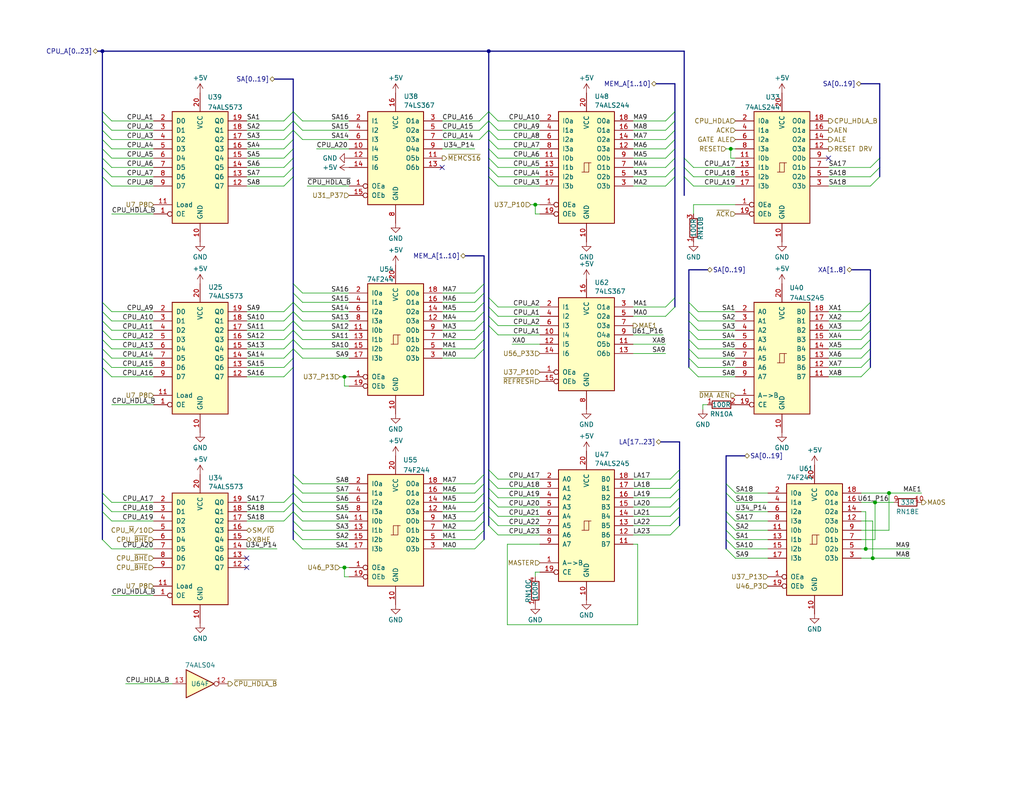
<source format=kicad_sch>
(kicad_sch (version 20230121) (generator eeschema)
  (paper "USLetter")
  (junction (at 93.98 154.94))
  (junction (at 93.98 102.87))
  (junction (at 242.57 134.62))
  (junction (at 133.35 13.97))
  (junction (at 236.22 149.86))
  (junction (at 199.39 40.64))
  (junction (at 238.125 152.4))
  (junction (at 27.94 13.97))
  (junction (at 146.05 55.88))
  (junction (at 238.76 137.16))
  (no_connect (at 120.65 45.72))
  (no_connect (at 67.31 152.4))
  (no_connect (at 67.31 154.94))
  (no_connect (at 226.06 43.18))
  (bus_entry (at 185.42 128.27) (size -2.54 2.54))
  (bus_entry (at 80.01 95.25) (size 2.54 2.54))
  (bus_entry (at 80.01 43.18) (size -2.54 2.54))
  (bus_entry (at 80.01 85.09) (size 2.54 2.54))
  (bus_entry (at 133.35 140.97) (size 2.54 2.54))
  (bus_entry (at 184.15 40.64) (size -2.54 2.54))
  (bus_entry (at 132.08 80.01) (size -2.54 2.54))
  (bus_entry (at 133.35 130.81) (size 2.54 2.54))
  (bus_entry (at 80.01 87.63) (size -2.54 2.54))
  (bus_entry (at 80.01 92.71) (size -2.54 2.54))
  (bus_entry (at 27.94 45.72) (size 2.54 2.54))
  (bus_entry (at 184.15 38.1) (size -2.54 2.54))
  (bus_entry (at 237.49 95.25) (size -2.54 2.54))
  (bus_entry (at 187.96 85.09) (size 2.54 2.54))
  (bus_entry (at 133.35 138.43) (size 2.54 2.54))
  (bus_entry (at 187.96 92.71) (size 2.54 2.54))
  (bus_entry (at 237.49 92.71) (size -2.54 2.54))
  (bus_entry (at 27.94 30.48) (size 2.54 2.54))
  (bus_entry (at 133.35 33.02) (size 2.54 2.54))
  (bus_entry (at 133.35 81.28) (size 2.54 2.54))
  (bus_entry (at 80.01 85.09) (size -2.54 2.54))
  (bus_entry (at 198.12 147.32) (size 2.54 2.54))
  (bus_entry (at 27.94 90.17) (size 2.54 2.54))
  (bus_entry (at 80.01 33.02) (size -2.54 2.54))
  (bus_entry (at 27.94 95.25) (size 2.54 2.54))
  (bus_entry (at 133.35 88.9) (size 2.54 2.54))
  (bus_entry (at 187.96 87.63) (size 2.54 2.54))
  (bus_entry (at 132.08 90.17) (size -2.54 2.54))
  (bus_entry (at 185.42 130.81) (size -2.54 2.54))
  (bus_entry (at 132.08 142.24) (size -2.54 2.54))
  (bus_entry (at 27.94 134.62) (size 2.54 2.54))
  (bus_entry (at 198.12 142.24) (size 2.54 2.54))
  (bus_entry (at 80.01 87.63) (size 2.54 2.54))
  (bus_entry (at 132.08 95.25) (size -2.54 2.54))
  (bus_entry (at 133.35 40.64) (size 2.54 2.54))
  (bus_entry (at 80.01 137.16) (size 2.54 2.54))
  (bus_entry (at 80.01 90.17) (size 2.54 2.54))
  (bus_entry (at 27.94 100.33) (size 2.54 2.54))
  (bus_entry (at 132.08 144.78) (size -2.54 2.54))
  (bus_entry (at 184.15 43.18) (size -2.54 2.54))
  (bus_entry (at 184.15 48.26) (size -2.54 2.54))
  (bus_entry (at 80.01 33.02) (size 2.54 2.54))
  (bus_entry (at 198.12 132.08) (size 2.54 2.54))
  (bus_entry (at 133.35 133.35) (size 2.54 2.54))
  (bus_entry (at 80.01 30.48) (size -2.54 2.54))
  (bus_entry (at 132.08 87.63) (size -2.54 2.54))
  (bus_entry (at 133.35 143.51) (size 2.54 2.54))
  (bus_entry (at 80.01 45.72) (size -2.54 2.54))
  (bus_entry (at 80.01 80.01) (size 2.54 2.54))
  (bus_entry (at 198.12 149.86) (size 2.54 2.54))
  (bus_entry (at 132.08 134.62) (size -2.54 2.54))
  (bus_entry (at 187.96 97.79) (size 2.54 2.54))
  (bus_entry (at 186.69 43.18) (size 2.54 2.54))
  (bus_entry (at 132.08 129.54) (size -2.54 2.54))
  (bus_entry (at 187.96 95.25) (size 2.54 2.54))
  (bus_entry (at 133.35 30.48) (size -2.54 2.54))
  (bus_entry (at 198.12 139.7) (size 2.54 2.54))
  (bus_entry (at 27.94 40.64) (size 2.54 2.54))
  (bus_entry (at 185.42 135.89) (size -2.54 2.54))
  (bus_entry (at 240.03 48.26) (size -2.54 2.54))
  (bus_entry (at 27.94 97.79) (size 2.54 2.54))
  (bus_entry (at 80.01 92.71) (size 2.54 2.54))
  (bus_entry (at 240.03 45.72) (size -2.54 2.54))
  (bus_entry (at 133.35 43.18) (size 2.54 2.54))
  (bus_entry (at 133.35 45.72) (size 2.54 2.54))
  (bus_entry (at 27.94 48.26) (size 2.54 2.54))
  (bus_entry (at 132.08 92.71) (size -2.54 2.54))
  (bus_entry (at 186.69 45.72) (size 2.54 2.54))
  (bus_entry (at 185.42 133.35) (size -2.54 2.54))
  (bus_entry (at 80.01 147.32) (size 2.54 2.54))
  (bus_entry (at 237.49 82.55) (size -2.54 2.54))
  (bus_entry (at 80.01 137.16) (size -2.54 2.54))
  (bus_entry (at 237.49 87.63) (size -2.54 2.54))
  (bus_entry (at 132.08 139.7) (size -2.54 2.54))
  (bus_entry (at 132.08 132.08) (size -2.54 2.54))
  (bus_entry (at 27.94 85.09) (size 2.54 2.54))
  (bus_entry (at 80.01 30.48) (size 2.54 2.54))
  (bus_entry (at 133.35 35.56) (size -2.54 2.54))
  (bus_entry (at 132.08 82.55) (size -2.54 2.54))
  (bus_entry (at 186.69 48.26) (size 2.54 2.54))
  (bus_entry (at 184.15 33.02) (size -2.54 2.54))
  (bus_entry (at 80.01 40.64) (size -2.54 2.54))
  (bus_entry (at 184.15 35.56) (size -2.54 2.54))
  (bus_entry (at 184.15 45.72) (size -2.54 2.54))
  (bus_entry (at 27.94 87.63) (size 2.54 2.54))
  (bus_entry (at 80.01 90.17) (size -2.54 2.54))
  (bus_entry (at 80.01 77.47) (size 2.54 2.54))
  (bus_entry (at 27.94 82.55) (size 2.54 2.54))
  (bus_entry (at 80.01 139.7) (size -2.54 2.54))
  (bus_entry (at 185.42 138.43) (size -2.54 2.54))
  (bus_entry (at 133.35 38.1) (size 2.54 2.54))
  (bus_entry (at 27.94 137.16) (size 2.54 2.54))
  (bus_entry (at 187.96 90.17) (size 2.54 2.54))
  (bus_entry (at 80.01 35.56) (size 2.54 2.54))
  (bus_entry (at 133.35 33.02) (size -2.54 2.54))
  (bus_entry (at 80.01 139.7) (size 2.54 2.54))
  (bus_entry (at 237.49 100.33) (size -2.54 2.54))
  (bus_entry (at 27.94 139.7) (size 2.54 2.54))
  (bus_entry (at 80.01 134.62) (size -2.54 2.54))
  (bus_entry (at 187.96 82.55) (size 2.54 2.54))
  (bus_entry (at 187.96 100.33) (size 2.54 2.54))
  (bus_entry (at 80.01 144.78) (size 2.54 2.54))
  (bus_entry (at 185.42 140.97) (size -2.54 2.54))
  (bus_entry (at 198.12 134.62) (size 2.54 2.54))
  (bus_entry (at 133.35 48.26) (size 2.54 2.54))
  (bus_entry (at 184.15 81.28) (size -2.54 2.54))
  (bus_entry (at 185.42 143.51) (size -2.54 2.54))
  (bus_entry (at 133.35 35.56) (size 2.54 2.54))
  (bus_entry (at 80.01 132.08) (size 2.54 2.54))
  (bus_entry (at 237.49 85.09) (size -2.54 2.54))
  (bus_entry (at 80.01 82.55) (size 2.54 2.54))
  (bus_entry (at 80.01 35.56) (size -2.54 2.54))
  (bus_entry (at 198.12 144.78) (size 2.54 2.54))
  (bus_entry (at 80.01 95.25) (size -2.54 2.54))
  (bus_entry (at 27.94 33.02) (size 2.54 2.54))
  (bus_entry (at 237.49 97.79) (size -2.54 2.54))
  (bus_entry (at 132.08 137.16) (size -2.54 2.54))
  (bus_entry (at 133.35 83.82) (size 2.54 2.54))
  (bus_entry (at 240.03 43.18) (size -2.54 2.54))
  (bus_entry (at 80.01 97.79) (size -2.54 2.54))
  (bus_entry (at 80.01 82.55) (size -2.54 2.54))
  (bus_entry (at 27.94 38.1) (size 2.54 2.54))
  (bus_entry (at 132.08 77.47) (size -2.54 2.54))
  (bus_entry (at 27.94 147.32) (size 2.54 2.54))
  (bus_entry (at 133.35 128.27) (size 2.54 2.54))
  (bus_entry (at 184.15 83.82) (size -2.54 2.54))
  (bus_entry (at 80.01 129.54) (size 2.54 2.54))
  (bus_entry (at 132.08 147.32) (size -2.54 2.54))
  (bus_entry (at 27.94 43.18) (size 2.54 2.54))
  (bus_entry (at 80.01 142.24) (size 2.54 2.54))
  (bus_entry (at 184.15 30.48) (size -2.54 2.54))
  (bus_entry (at 132.08 85.09) (size -2.54 2.54))
  (bus_entry (at 80.01 48.26) (size -2.54 2.54))
  (bus_entry (at 133.35 86.36) (size 2.54 2.54))
  (bus_entry (at 80.01 100.33) (size -2.54 2.54))
  (bus_entry (at 80.01 134.62) (size 2.54 2.54))
  (bus_entry (at 80.01 38.1) (size -2.54 2.54))
  (bus_entry (at 237.49 90.17) (size -2.54 2.54))
  (bus_entry (at 27.94 92.71) (size 2.54 2.54))
  (bus_entry (at 27.94 35.56) (size 2.54 2.54))
  (bus_entry (at 133.35 135.89) (size 2.54 2.54))
  (bus_entry (at 133.35 30.48) (size 2.54 2.54))
  (bus (pts (xy 27.94 30.48) (xy 27.94 33.02)))
  (bus (pts (xy 80.01 139.7) (xy 80.01 142.24)))
  (wire (pts (xy 135.89 138.43) (xy 147.32 138.43)))
  (wire (pts (xy 173.99 170.561) (xy 173.99 148.59)))
  (wire (pts (xy 67.31 92.71) (xy 77.47 92.71)))
  (bus (pts (xy 184.15 38.1) (xy 184.15 40.64)))
  (bus (pts (xy 133.35 128.27) (xy 133.35 130.81)))
  (bus (pts (xy 185.42 135.89) (xy 185.42 138.43)))
  (wire (pts (xy 200.66 43.18) (xy 199.39 43.18)))
  (wire (pts (xy 226.06 102.87) (xy 234.95 102.87)))
  (wire (pts (xy 82.55 82.55) (xy 95.25 82.55)))
  (bus (pts (xy 198.12 124.46) (xy 198.12 132.08)))
  (bus (pts (xy 237.49 90.17) (xy 237.49 92.71)))
  (wire (pts (xy 135.89 83.82) (xy 147.32 83.82)))
  (bus (pts (xy 80.01 35.56) (xy 80.01 38.1)))
  (wire (pts (xy 93.98 154.94) (xy 92.71 154.94)))
  (bus (pts (xy 132.08 144.78) (xy 132.08 147.32)))
  (bus (pts (xy 186.69 43.18) (xy 186.69 45.72)))
  (bus (pts (xy 234.95 22.86) (xy 240.03 22.86)))
  (wire (pts (xy 82.55 85.09) (xy 95.25 85.09)))
  (bus (pts (xy 132.08 132.08) (xy 132.08 134.62)))
  (wire (pts (xy 190.5 87.63) (xy 200.66 87.63)))
  (bus (pts (xy 132.08 80.01) (xy 132.08 82.55)))
  (wire (pts (xy 180.975 91.44) (xy 172.72 91.44)))
  (wire (pts (xy 226.06 48.26) (xy 237.49 48.26)))
  (bus (pts (xy 132.08 129.54) (xy 132.08 132.08)))
  (wire (pts (xy 82.55 33.02) (xy 95.25 33.02)))
  (bus (pts (xy 187.96 90.17) (xy 187.96 92.71)))
  (wire (pts (xy 234.95 147.32) (xy 238.76 147.32)))
  (bus (pts (xy 27.94 100.33) (xy 27.94 134.62)))
  (wire (pts (xy 135.89 33.02) (xy 147.32 33.02)))
  (bus (pts (xy 132.08 90.17) (xy 132.08 92.71)))
  (bus (pts (xy 133.35 83.82) (xy 133.35 86.36)))
  (wire (pts (xy 147.32 148.59) (xy 138.43 148.59)))
  (wire (pts (xy 67.31 33.02) (xy 77.47 33.02)))
  (wire (pts (xy 200.66 152.4) (xy 209.55 152.4)))
  (wire (pts (xy 189.23 50.8) (xy 200.66 50.8)))
  (bus (pts (xy 187.96 87.63) (xy 187.96 90.17)))
  (bus (pts (xy 80.01 43.18) (xy 80.01 45.72)))
  (bus (pts (xy 27.94 13.97) (xy 133.35 13.97)))
  (bus (pts (xy 80.01 90.17) (xy 80.01 92.71)))
  (wire (pts (xy 120.65 144.78) (xy 129.54 144.78)))
  (bus (pts (xy 132.08 95.25) (xy 132.08 129.54)))
  (bus (pts (xy 185.42 138.43) (xy 185.42 140.97)))
  (wire (pts (xy 200.66 139.7) (xy 209.55 139.7)))
  (bus (pts (xy 133.35 135.89) (xy 133.35 138.43)))
  (bus (pts (xy 132.08 85.09) (xy 132.08 87.63)))
  (wire (pts (xy 30.48 45.72) (xy 41.91 45.72)))
  (wire (pts (xy 30.48 97.79) (xy 41.91 97.79)))
  (wire (pts (xy 120.65 82.55) (xy 129.54 82.55)))
  (wire (pts (xy 190.5 95.25) (xy 200.66 95.25)))
  (wire (pts (xy 82.55 80.01) (xy 95.25 80.01)))
  (wire (pts (xy 135.89 86.36) (xy 147.32 86.36)))
  (wire (pts (xy 120.65 95.25) (xy 129.54 95.25)))
  (bus (pts (xy 133.35 38.1) (xy 133.35 40.64)))
  (wire (pts (xy 191.77 110.49) (xy 193.04 110.49)))
  (wire (pts (xy 200.66 149.86) (xy 209.55 149.86)))
  (bus (pts (xy 80.01 134.62) (xy 80.01 137.16)))
  (bus (pts (xy 80.01 97.79) (xy 80.01 100.33)))
  (bus (pts (xy 27.94 137.16) (xy 27.94 139.7)))
  (wire (pts (xy 135.89 146.05) (xy 147.32 146.05)))
  (wire (pts (xy 135.89 38.1) (xy 147.32 38.1)))
  (wire (pts (xy 30.48 139.7) (xy 41.91 139.7)))
  (wire (pts (xy 172.72 96.52) (xy 181.61 96.52)))
  (bus (pts (xy 133.35 43.18) (xy 133.35 45.72)))
  (wire (pts (xy 199.39 40.64) (xy 198.12 40.64)))
  (wire (pts (xy 30.48 48.26) (xy 41.91 48.26)))
  (wire (pts (xy 172.72 138.43) (xy 182.88 138.43)))
  (bus (pts (xy 184.15 33.02) (xy 184.15 35.56)))
  (bus (pts (xy 80.01 85.09) (xy 80.01 87.63)))
  (wire (pts (xy 190.5 92.71) (xy 200.66 92.71)))
  (wire (pts (xy 146.05 58.42) (xy 146.05 55.88)))
  (wire (pts (xy 82.55 134.62) (xy 95.25 134.62)))
  (wire (pts (xy 67.31 139.7) (xy 77.47 139.7)))
  (bus (pts (xy 133.35 86.36) (xy 133.35 88.9)))
  (wire (pts (xy 93.98 102.87) (xy 95.25 102.87)))
  (bus (pts (xy 198.12 139.7) (xy 198.12 142.24)))
  (bus (pts (xy 27.94 13.97) (xy 27.94 30.48)))
  (wire (pts (xy 172.72 43.18) (xy 181.61 43.18)))
  (bus (pts (xy 198.12 144.78) (xy 198.12 147.32)))
  (wire (pts (xy 146.05 156.21) (xy 147.32 156.21)))
  (wire (pts (xy 135.89 133.35) (xy 147.32 133.35)))
  (wire (pts (xy 120.65 92.71) (xy 129.54 92.71)))
  (bus (pts (xy 237.49 82.55) (xy 237.49 85.09)))
  (bus (pts (xy 184.15 22.86) (xy 184.15 30.48)))
  (bus (pts (xy 80.01 77.47) (xy 80.01 80.01)))
  (bus (pts (xy 184.15 43.18) (xy 184.15 45.72)))
  (wire (pts (xy 238.125 142.24) (xy 238.125 152.4)))
  (wire (pts (xy 82.55 87.63) (xy 95.25 87.63)))
  (bus (pts (xy 27.94 90.17) (xy 27.94 92.71)))
  (wire (pts (xy 67.31 40.64) (xy 77.47 40.64)))
  (wire (pts (xy 199.39 43.18) (xy 199.39 40.64)))
  (bus (pts (xy 132.08 77.47) (xy 132.08 80.01)))
  (wire (pts (xy 172.72 146.05) (xy 182.88 146.05)))
  (wire (pts (xy 189.23 58.42) (xy 189.23 55.88)))
  (wire (pts (xy 82.55 35.56) (xy 95.25 35.56)))
  (bus (pts (xy 198.12 134.62) (xy 198.12 139.7)))
  (wire (pts (xy 93.98 157.48) (xy 93.98 154.94)))
  (bus (pts (xy 185.42 120.65) (xy 185.42 128.27)))
  (bus (pts (xy 80.01 92.71) (xy 80.01 95.25)))
  (bus (pts (xy 74.93 21.59) (xy 80.01 21.59)))
  (wire (pts (xy 120.65 134.62) (xy 129.54 134.62)))
  (wire (pts (xy 67.31 90.17) (xy 77.47 90.17)))
  (bus (pts (xy 27.94 85.09) (xy 27.94 87.63)))
  (wire (pts (xy 238.76 137.16) (xy 243.84 137.16)))
  (bus (pts (xy 80.01 95.25) (xy 80.01 97.79)))
  (bus (pts (xy 80.01 21.59) (xy 80.01 30.48)))
  (bus (pts (xy 27.94 43.18) (xy 27.94 45.72)))
  (wire (pts (xy 129.54 40.64) (xy 120.65 40.64)))
  (wire (pts (xy 120.65 33.02) (xy 130.81 33.02)))
  (bus (pts (xy 133.35 140.97) (xy 133.35 143.51)))
  (wire (pts (xy 236.22 149.86) (xy 248.285 149.86)))
  (bus (pts (xy 186.69 48.26) (xy 186.69 53.34)))
  (wire (pts (xy 135.89 40.64) (xy 147.32 40.64)))
  (wire (pts (xy 82.55 38.1) (xy 95.25 38.1)))
  (bus (pts (xy 133.35 45.72) (xy 133.35 48.26)))
  (wire (pts (xy 234.95 142.24) (xy 238.125 142.24)))
  (wire (pts (xy 82.55 132.08) (xy 95.25 132.08)))
  (bus (pts (xy 80.01 80.01) (xy 80.01 82.55)))
  (bus (pts (xy 132.08 82.55) (xy 132.08 85.09)))
  (bus (pts (xy 193.04 73.66) (xy 187.96 73.66)))
  (wire (pts (xy 172.72 140.97) (xy 182.88 140.97)))
  (bus (pts (xy 240.03 22.86) (xy 240.03 43.18)))
  (wire (pts (xy 30.48 33.02) (xy 41.91 33.02)))
  (bus (pts (xy 27.94 40.64) (xy 27.94 43.18)))
  (bus (pts (xy 240.03 43.18) (xy 240.03 45.72)))
  (bus (pts (xy 187.96 97.79) (xy 187.96 100.33)))
  (bus (pts (xy 26.67 13.97) (xy 27.94 13.97)))
  (wire (pts (xy 135.89 130.81) (xy 147.32 130.81)))
  (wire (pts (xy 30.48 137.16) (xy 41.91 137.16)))
  (wire (pts (xy 173.99 148.59) (xy 172.72 148.59)))
  (bus (pts (xy 27.94 82.55) (xy 27.94 85.09)))
  (bus (pts (xy 133.35 13.97) (xy 186.69 13.97)))
  (bus (pts (xy 133.35 40.64) (xy 133.35 43.18)))
  (wire (pts (xy 67.31 38.1) (xy 77.47 38.1)))
  (bus (pts (xy 184.15 45.72) (xy 184.15 48.26)))
  (wire (pts (xy 135.89 88.9) (xy 147.32 88.9)))
  (wire (pts (xy 236.22 139.7) (xy 236.22 149.86)))
  (bus (pts (xy 133.35 13.97) (xy 133.35 30.48)))
  (wire (pts (xy 67.31 85.09) (xy 77.47 85.09)))
  (bus (pts (xy 27.94 48.26) (xy 27.94 82.55)))
  (wire (pts (xy 172.72 86.36) (xy 181.61 86.36)))
  (wire (pts (xy 226.06 90.17) (xy 234.95 90.17)))
  (bus (pts (xy 185.42 140.97) (xy 185.42 143.51)))
  (wire (pts (xy 67.31 35.56) (xy 77.47 35.56)))
  (wire (pts (xy 200.66 40.64) (xy 199.39 40.64)))
  (bus (pts (xy 237.49 87.63) (xy 237.49 90.17)))
  (bus (pts (xy 80.01 144.78) (xy 80.01 147.32)))
  (bus (pts (xy 80.01 132.08) (xy 80.01 134.62)))
  (bus (pts (xy 187.96 95.25) (xy 187.96 97.79)))
  (wire (pts (xy 190.5 85.09) (xy 200.66 85.09)))
  (bus (pts (xy 80.01 137.16) (xy 80.01 139.7)))
  (bus (pts (xy 187.96 85.09) (xy 187.96 87.63)))
  (wire (pts (xy 82.55 149.86) (xy 95.25 149.86)))
  (bus (pts (xy 27.94 139.7) (xy 27.94 147.32)))
  (wire (pts (xy 200.66 137.16) (xy 209.55 137.16)))
  (bus (pts (xy 237.49 97.79) (xy 237.49 100.33)))
  (wire (pts (xy 86.36 40.64) (xy 95.25 40.64)))
  (bus (pts (xy 132.08 92.71) (xy 132.08 95.25)))
  (bus (pts (xy 198.12 132.08) (xy 198.12 134.62)))
  (wire (pts (xy 135.89 48.26) (xy 147.32 48.26)))
  (wire (pts (xy 30.48 38.1) (xy 41.91 38.1)))
  (wire (pts (xy 30.48 142.24) (xy 41.91 142.24)))
  (wire (pts (xy 30.48 58.42) (xy 41.91 58.42)))
  (wire (pts (xy 234.95 134.62) (xy 242.57 134.62)))
  (wire (pts (xy 236.22 149.86) (xy 234.95 149.86)))
  (wire (pts (xy 226.06 97.79) (xy 234.95 97.79)))
  (bus (pts (xy 187.96 73.66) (xy 187.96 82.55)))
  (wire (pts (xy 139.7 93.98) (xy 147.32 93.98)))
  (bus (pts (xy 80.01 87.63) (xy 80.01 90.17)))
  (bus (pts (xy 80.01 142.24) (xy 80.01 144.78)))
  (bus (pts (xy 132.08 142.24) (xy 132.08 144.78)))
  (wire (pts (xy 83.82 50.8) (xy 95.25 50.8)))
  (wire (pts (xy 238.76 137.16) (xy 234.95 137.16)))
  (bus (pts (xy 80.01 82.55) (xy 80.01 85.09)))
  (wire (pts (xy 82.55 92.71) (xy 95.25 92.71)))
  (wire (pts (xy 67.31 100.33) (xy 77.47 100.33)))
  (bus (pts (xy 203.2 124.46) (xy 198.12 124.46)))
  (wire (pts (xy 172.72 33.02) (xy 181.61 33.02)))
  (bus (pts (xy 80.01 129.54) (xy 80.01 132.08)))
  (wire (pts (xy 120.65 35.56) (xy 130.81 35.56)))
  (wire (pts (xy 226.06 92.71) (xy 234.95 92.71)))
  (wire (pts (xy 82.55 139.7) (xy 95.25 139.7)))
  (wire (pts (xy 67.31 87.63) (xy 77.47 87.63)))
  (wire (pts (xy 120.65 137.16) (xy 129.54 137.16)))
  (wire (pts (xy 67.31 48.26) (xy 77.47 48.26)))
  (wire (pts (xy 238.125 152.4) (xy 248.285 152.4)))
  (wire (pts (xy 67.31 43.18) (xy 77.47 43.18)))
  (bus (pts (xy 179.07 22.86) (xy 184.15 22.86)))
  (bus (pts (xy 184.15 81.28) (xy 184.15 83.82)))
  (wire (pts (xy 30.48 35.56) (xy 41.91 35.56)))
  (wire (pts (xy 30.48 102.87) (xy 41.91 102.87)))
  (wire (pts (xy 172.72 135.89) (xy 182.88 135.89)))
  (wire (pts (xy 82.55 95.25) (xy 95.25 95.25)))
  (wire (pts (xy 120.65 139.7) (xy 129.54 139.7)))
  (wire (pts (xy 67.31 50.8) (xy 77.47 50.8)))
  (wire (pts (xy 67.31 142.24) (xy 77.47 142.24)))
  (wire (pts (xy 120.65 147.32) (xy 129.54 147.32)))
  (bus (pts (xy 27.94 92.71) (xy 27.94 95.25)))
  (bus (pts (xy 27.94 95.25) (xy 27.94 97.79)))
  (bus (pts (xy 237.49 95.25) (xy 237.49 97.79)))
  (wire (pts (xy 234.95 139.7) (xy 236.22 139.7)))
  (wire (pts (xy 226.06 100.33) (xy 234.95 100.33)))
  (wire (pts (xy 67.31 95.25) (xy 77.47 95.25)))
  (bus (pts (xy 186.69 45.72) (xy 186.69 48.26)))
  (wire (pts (xy 30.48 50.8) (xy 41.91 50.8)))
  (bus (pts (xy 133.35 138.43) (xy 133.35 140.97)))
  (wire (pts (xy 30.48 162.56) (xy 41.91 162.56)))
  (wire (pts (xy 120.65 80.01) (xy 129.54 80.01)))
  (wire (pts (xy 75.565 149.86) (xy 67.31 149.86)))
  (wire (pts (xy 238.125 152.4) (xy 234.95 152.4)))
  (bus (pts (xy 132.08 87.63) (xy 132.08 90.17)))
  (wire (pts (xy 82.55 97.79) (xy 95.25 97.79)))
  (bus (pts (xy 80.01 100.33) (xy 80.01 129.54)))
  (wire (pts (xy 238.76 147.32) (xy 238.76 137.16)))
  (bus (pts (xy 80.01 33.02) (xy 80.01 35.56)))
  (wire (pts (xy 30.48 149.86) (xy 41.91 149.86)))
  (wire (pts (xy 120.65 85.09) (xy 129.54 85.09)))
  (bus (pts (xy 27.94 45.72) (xy 27.94 48.26)))
  (bus (pts (xy 27.94 33.02) (xy 27.94 35.56)))
  (bus (pts (xy 132.08 134.62) (xy 132.08 137.16)))
  (wire (pts (xy 93.98 105.41) (xy 93.98 102.87)))
  (bus (pts (xy 132.08 139.7) (xy 132.08 142.24)))
  (bus (pts (xy 133.35 35.56) (xy 133.35 38.1)))
  (wire (pts (xy 120.65 87.63) (xy 129.54 87.63)))
  (bus (pts (xy 27.94 38.1) (xy 27.94 40.64)))
  (wire (pts (xy 135.89 50.8) (xy 147.32 50.8)))
  (bus (pts (xy 133.35 88.9) (xy 133.35 128.27)))
  (wire (pts (xy 226.06 85.09) (xy 234.95 85.09)))
  (wire (pts (xy 30.48 100.33) (xy 41.91 100.33)))
  (bus (pts (xy 27.94 35.56) (xy 27.94 38.1)))
  (wire (pts (xy 92.71 102.87) (xy 93.98 102.87)))
  (bus (pts (xy 27.94 87.63) (xy 27.94 90.17)))
  (wire (pts (xy 135.89 143.51) (xy 147.32 143.51)))
  (wire (pts (xy 67.31 102.87) (xy 77.47 102.87)))
  (wire (pts (xy 135.89 43.18) (xy 147.32 43.18)))
  (bus (pts (xy 184.15 48.26) (xy 184.15 81.28)))
  (wire (pts (xy 172.72 143.51) (xy 182.88 143.51)))
  (wire (pts (xy 191.77 111.76) (xy 191.77 110.49)))
  (wire (pts (xy 226.06 45.72) (xy 237.49 45.72)))
  (wire (pts (xy 146.05 157.48) (xy 146.05 156.21)))
  (bus (pts (xy 237.49 92.71) (xy 237.49 95.25)))
  (bus (pts (xy 186.69 13.97) (xy 186.69 43.18)))
  (wire (pts (xy 135.89 135.89) (xy 147.32 135.89)))
  (wire (pts (xy 30.48 87.63) (xy 41.91 87.63)))
  (bus (pts (xy 133.35 81.28) (xy 133.35 83.82)))
  (bus (pts (xy 80.01 45.72) (xy 80.01 48.26)))
  (wire (pts (xy 200.66 142.24) (xy 209.55 142.24)))
  (wire (pts (xy 30.48 110.49) (xy 41.91 110.49)))
  (bus (pts (xy 80.01 30.48) (xy 80.01 33.02)))
  (bus (pts (xy 184.15 30.48) (xy 184.15 33.02)))
  (wire (pts (xy 120.65 132.08) (xy 129.54 132.08)))
  (bus (pts (xy 184.15 40.64) (xy 184.15 43.18)))
  (wire (pts (xy 82.55 142.24) (xy 95.25 142.24)))
  (bus (pts (xy 27.94 134.62) (xy 27.94 137.16)))
  (wire (pts (xy 172.72 83.82) (xy 181.61 83.82)))
  (bus (pts (xy 133.35 33.02) (xy 133.35 35.56)))
  (wire (pts (xy 189.23 45.72) (xy 200.66 45.72)))
  (bus (pts (xy 133.35 133.35) (xy 133.35 135.89)))
  (bus (pts (xy 132.08 137.16) (xy 132.08 139.7)))
  (wire (pts (xy 242.57 134.62) (xy 242.57 144.78)))
  (wire (pts (xy 30.48 90.17) (xy 41.91 90.17)))
  (wire (pts (xy 172.72 48.26) (xy 181.61 48.26)))
  (wire (pts (xy 172.72 40.64) (xy 181.61 40.64)))
  (wire (pts (xy 226.06 50.8) (xy 237.49 50.8)))
  (wire (pts (xy 95.25 105.41) (xy 93.98 105.41)))
  (wire (pts (xy 120.65 97.79) (xy 129.54 97.79)))
  (bus (pts (xy 133.35 130.81) (xy 133.35 133.35)))
  (wire (pts (xy 135.89 91.44) (xy 147.32 91.44)))
  (wire (pts (xy 190.5 100.33) (xy 200.66 100.33)))
  (wire (pts (xy 172.72 45.72) (xy 181.61 45.72)))
  (wire (pts (xy 189.23 48.26) (xy 200.66 48.26)))
  (wire (pts (xy 67.31 137.16) (xy 77.47 137.16)))
  (wire (pts (xy 190.5 97.79) (xy 200.66 97.79)))
  (wire (pts (xy 226.06 95.25) (xy 234.95 95.25)))
  (wire (pts (xy 67.31 97.79) (xy 77.47 97.79)))
  (wire (pts (xy 30.48 92.71) (xy 41.91 92.71)))
  (bus (pts (xy 237.49 85.09) (xy 237.49 87.63)))
  (bus (pts (xy 185.42 133.35) (xy 185.42 135.89)))
  (bus (pts (xy 80.01 40.64) (xy 80.01 43.18)))
  (wire (pts (xy 30.48 43.18) (xy 41.91 43.18)))
  (wire (pts (xy 135.89 140.97) (xy 147.32 140.97)))
  (wire (pts (xy 120.65 142.24) (xy 129.54 142.24)))
  (bus (pts (xy 133.35 30.48) (xy 133.35 33.02)))
  (wire (pts (xy 30.48 95.25) (xy 41.91 95.25)))
  (wire (pts (xy 34.29 186.69) (xy 46.99 186.69)))
  (bus (pts (xy 185.42 130.81) (xy 185.42 133.35)))
  (wire (pts (xy 200.66 134.62) (xy 209.55 134.62)))
  (wire (pts (xy 67.31 45.72) (xy 77.47 45.72)))
  (wire (pts (xy 120.65 90.17) (xy 129.54 90.17)))
  (wire (pts (xy 95.25 157.48) (xy 93.98 157.48)))
  (wire (pts (xy 172.72 38.1) (xy 181.61 38.1)))
  (wire (pts (xy 172.72 133.35) (xy 182.88 133.35)))
  (bus (pts (xy 187.96 82.55) (xy 187.96 85.09)))
  (wire (pts (xy 189.23 55.88) (xy 200.66 55.88)))
  (bus (pts (xy 185.42 128.27) (xy 185.42 130.81)))
  (bus (pts (xy 184.15 35.56) (xy 184.15 38.1)))
  (wire (pts (xy 135.89 45.72) (xy 147.32 45.72)))
  (bus (pts (xy 80.01 38.1) (xy 80.01 40.64)))
  (bus (pts (xy 80.01 48.26) (xy 80.01 77.47)))
  (bus (pts (xy 198.12 147.32) (xy 198.12 149.86)))
  (bus (pts (xy 187.96 92.71) (xy 187.96 95.25)))
  (bus (pts (xy 27.94 97.79) (xy 27.94 100.33)))
  (wire (pts (xy 135.89 35.56) (xy 147.32 35.56)))
  (bus (pts (xy 127 69.85) (xy 132.08 69.85)))
  (wire (pts (xy 200.66 144.78) (xy 209.55 144.78)))
  (wire (pts (xy 181.61 93.98) (xy 172.72 93.98)))
  (wire (pts (xy 172.72 130.81) (xy 182.88 130.81)))
  (bus (pts (xy 232.41 73.66) (xy 237.49 73.66)))
  (wire (pts (xy 82.55 137.16) (xy 95.25 137.16)))
  (bus (pts (xy 180.34 120.65) (xy 185.42 120.65)))
  (wire (pts (xy 190.5 102.87) (xy 200.66 102.87)))
  (wire (pts (xy 190.5 90.17) (xy 200.66 90.17)))
  (wire (pts (xy 242.57 134.62) (xy 251.46 134.62)))
  (bus (pts (xy 240.03 45.72) (xy 240.03 48.26)))
  (wire (pts (xy 30.48 85.09) (xy 41.91 85.09)))
  (wire (pts (xy 138.43 148.59) (xy 138.43 170.561)))
  (wire (pts (xy 120.65 38.1) (xy 130.81 38.1)))
  (wire (pts (xy 30.48 40.64) (xy 41.91 40.64)))
  (wire (pts (xy 146.05 55.88) (xy 147.32 55.88)))
  (wire (pts (xy 172.72 35.56) (xy 181.61 35.56)))
  (wire (pts (xy 200.66 147.32) (xy 209.55 147.32)))
  (bus (pts (xy 237.49 73.66) (xy 237.49 82.55)))
  (bus (pts (xy 132.08 69.85) (xy 132.08 77.47)))
  (wire (pts (xy 82.55 144.78) (xy 95.25 144.78)))
  (wire (pts (xy 242.57 144.78) (xy 234.95 144.78)))
  (wire (pts (xy 95.25 154.94) (xy 93.98 154.94)))
  (wire (pts (xy 172.72 50.8) (xy 181.61 50.8)))
  (wire (pts (xy 138.43 170.561) (xy 173.99 170.561)))
  (wire (pts (xy 144.78 55.88) (xy 146.05 55.88)))
  (wire (pts (xy 147.32 58.42) (xy 146.05 58.42)))
  (wire (pts (xy 82.55 147.32) (xy 95.25 147.32)))
  (wire (pts (xy 226.06 87.63) (xy 234.95 87.63)))
  (bus (pts (xy 198.12 142.24) (xy 198.12 144.78)))
  (bus (pts (xy 133.35 48.26) (xy 133.35 81.28)))
  (wire (pts (xy 82.55 90.17) (xy 95.25 90.17)))
  (wire (pts (xy 120.65 149.86) (xy 129.54 149.86)))
  (label "CPU_A7" (at 147.32 40.64 180))
  (label "MA9" (at 172.72 33.02 0))
  (label "U61_P16" (at 242.57 137.16 180))
  (label "CPU_A3" (at 147.32 50.8 180))
  (label "XA7" (at 226.06 100.33 0))
  (label "MAE1" (at 251.46 134.62 180))
  (label "MA1" (at 120.65 95.25 0))
  (label "SA18" (at 67.31 142.24 0))
  (label "MA6" (at 120.65 134.62 0))
  (label "SA15" (at 95.25 82.55 180))
  (label "SA5" (at 200.66 95.25 180))
  (label "CPU_A17" (at 41.91 137.16 180))
  (label "SA6" (at 200.66 97.79 180))
  (label "LA19" (at 172.72 135.89 0))
  (label "SA3" (at 67.31 38.1 0))
  (label "CPU_A6" (at 147.32 43.18 180))
  (label "SA8" (at 95.25 132.08 180))
  (label "SA10" (at 95.25 95.25 180))
  (label "SA7" (at 200.66 100.33 180))
  (label "SA15" (at 67.31 100.33 0))
  (label "CPU_A23" (at 147.32 146.05 180))
  (label "CPU_A18" (at 200.66 48.26 180))
  (label "CPU_HDLA_B" (at 30.48 110.49 0))
  (label "SA4" (at 67.31 40.64 0))
  (label "SA10" (at 67.31 87.63 0))
  (label "LA20" (at 172.72 138.43 0))
  (label "CPU_A19" (at 200.66 50.8 180))
  (label "MA5" (at 120.65 137.16 0))
  (label "~{CPU_HDLA_B}" (at 83.82 50.8 0))
  (label "SA14" (at 95.25 85.09 180))
  (label "SA4" (at 95.25 142.24 180))
  (label "LA22" (at 172.72 143.51 0))
  (label "SA18" (at 226.06 50.8 0))
  (label "MA2" (at 120.65 144.78 0))
  (label "MA8" (at 172.72 35.56 0))
  (label "CPU_HDLA_B" (at 30.48 58.42 0))
  (label "MA8" (at 248.285 152.4 180))
  (label "SA6" (at 95.25 137.16 180))
  (label "CPU_A16" (at 41.91 102.87 180))
  (label "U61_P16" (at 180.975 91.44 180))
  (label "CPU_A2" (at 41.91 35.56 180))
  (label "SA9" (at 181.61 96.52 180))
  (label "XA1" (at 226.06 85.09 0))
  (label "XA8" (at 226.06 102.87 0))
  (label "MA2" (at 120.65 92.71 0))
  (label "CPU_HDLA_B" (at 34.29 186.69 0))
  (label "LA21" (at 172.72 140.97 0))
  (label "XA6" (at 226.06 97.79 0))
  (label "XA5" (at 226.06 95.25 0))
  (label "CPU_A10" (at 147.32 33.02 180))
  (label "CPU_A14" (at 41.91 97.79 180))
  (label "SA3" (at 200.66 90.17 180))
  (label "SA15" (at 95.25 35.56 180))
  (label "CPU_A1" (at 147.32 86.36 180))
  (label "SA18" (at 200.66 134.62 0))
  (label "CPU_A8" (at 41.91 50.8 180))
  (label "SA9" (at 95.25 97.79 180))
  (label "MA3" (at 120.65 90.17 0))
  (label "MA4" (at 120.65 139.7 0))
  (label "CPU_A8" (at 147.32 38.1 180))
  (label "SA7" (at 95.25 134.62 180))
  (label "CPU_A15" (at 41.91 100.33 180))
  (label "SA16" (at 95.25 80.01 180))
  (label "CPU_A3" (at 41.91 38.1 180))
  (label "SA6" (at 67.31 45.72 0))
  (label "CPU_A4" (at 147.32 48.26 180))
  (label "LA18" (at 172.72 133.35 0))
  (label "MA1" (at 172.72 83.82 0))
  (label "MA5" (at 172.72 43.18 0))
  (label "SA8" (at 200.66 102.87 180))
  (label "SA13" (at 67.31 95.25 0))
  (label "SA1" (at 200.66 147.32 0))
  (label "CPU_A17" (at 200.66 45.72 180))
  (label "MA7" (at 172.72 38.1 0))
  (label "CPU_A6" (at 41.91 45.72 180))
  (label "SA14" (at 95.25 38.1 180))
  (label "SA1" (at 95.25 149.86 180))
  (label "CPU_A12" (at 41.91 92.71 180))
  (label "CPU_A10" (at 41.91 87.63 180))
  (label "CPU_A2" (at 147.32 88.9 180))
  (label "CPU_A16" (at 120.65 33.02 0))
  (label "CPU_A17" (at 147.32 130.81 180))
  (label "MA7" (at 120.65 80.01 0))
  (label "SA11" (at 95.25 92.71 180))
  (label "MA2" (at 172.72 50.8 0))
  (label "LA17" (at 172.72 130.81 0))
  (label "CPU_A4" (at 41.91 40.64 180))
  (label "SA7" (at 67.31 48.26 0))
  (label "SA14" (at 67.31 97.79 0))
  (label "CPU_A21" (at 147.32 140.97 180))
  (label "SA2" (at 200.66 87.63 180))
  (label "MA5" (at 120.65 85.09 0))
  (label "CPU_A18" (at 147.32 133.35 180))
  (label "CPU_A22" (at 147.32 143.51 180))
  (label "CPU_A5" (at 41.91 43.18 180))
  (label "SA18" (at 67.31 139.7 0))
  (label "MA4" (at 172.72 45.72 0))
  (label "SA10" (at 200.66 149.86 0))
  (label "SA2" (at 200.66 144.78 0))
  (label "SA18" (at 200.66 137.16 0))
  (label "SA12" (at 67.31 92.71 0))
  (label "SA1" (at 200.66 85.09 180))
  (label "SA5" (at 67.31 43.18 0))
  (label "XA8" (at 181.61 93.98 180))
  (label "XA0" (at 139.7 93.98 0))
  (label "U34_P14" (at 75.565 149.86 180))
  (label "XA2" (at 226.06 87.63 0))
  (label "MA6" (at 172.72 40.64 0))
  (label "LA23" (at 172.72 146.05 0))
  (label "SA17" (at 200.66 142.24 0))
  (label "CPU_A5" (at 147.32 45.72 180))
  (label "U34_P14" (at 129.54 40.64 180))
  (label "CPU_A11" (at 41.91 90.17 180))
  (label "MA0" (at 120.65 97.79 0))
  (label "CPU_A7" (at 41.91 48.26 180))
  (label "CPU_HDLA_B" (at 30.48 162.56 0))
  (label "U34_P14" (at 200.66 139.7 0))
  (label "CPU_A15" (at 120.65 35.56 0))
  (label "CPU_A19" (at 41.91 142.24 180))
  (label "CPU_A19" (at 147.32 135.89 180))
  (label "CPU_A20" (at 147.32 138.43 180))
  (label "CPU_A20" (at 41.91 149.86 180))
  (label "CPU_A13" (at 41.91 95.25 180))
  (label "SA16" (at 67.31 102.87 0))
  (label "SA3" (at 95.25 144.78 180))
  (label "CPU_A1" (at 41.91 33.02 180))
  (label "SA2" (at 67.31 35.56 0))
  (label "SA5" (at 95.25 139.7 180))
  (label "SA11" (at 67.31 90.17 0))
  (label "SA1" (at 67.31 33.02 0))
  (label "MA3" (at 120.65 142.24 0))
  (label "CPU_A20" (at 86.36 40.64 0))
  (label "MA6" (at 120.65 82.55 0))
  (label "SA16" (at 95.25 33.02 180))
  (label "SA2" (at 95.25 147.32 180))
  (label "SA4" (at 200.66 92.71 180))
  (label "MA7" (at 120.65 132.08 0))
  (label "SA9" (at 200.66 152.4 0))
  (label "CPU_A2" (at 147.32 83.82 180))
  (label "SA8" (at 67.31 50.8 0))
  (label "CPU_A1" (at 147.32 91.44 180))
  (label "MA0" (at 120.65 149.86 0))
  (label "MA4" (at 120.65 87.63 0))
  (label "SA13" (at 95.25 87.63 180))
  (label "MA1" (at 120.65 147.32 0))
  (label "MA3" (at 172.72 48.26 0))
  (label "CPU_A18" (at 41.91 139.7 180))
  (label "SA9" (at 67.31 85.09 0))
  (label "XA4" (at 226.06 92.71 0))
  (label "SA12" (at 95.25 90.17 180))
  (label "SA17" (at 67.31 137.16 0))
  (label "CPU_A9" (at 147.32 35.56 180))
  (label "SA17" (at 226.06 45.72 0))
  (label "CPU_A9" (at 41.91 85.09 180))
  (label "MA9" (at 248.285 149.86 180))
  (label "XA3" (at 226.06 90.17 0))
  (label "MA0" (at 172.72 86.36 0))
  (label "SA18" (at 226.06 48.26 0))
  (label "CPU_A14" (at 120.65 38.1 0))
  (hierarchical_label "SA[0..19]" (shape bidirectional) (at 74.93 21.59 180))
  (hierarchical_label "CPU_HDLA_B" (shape output) (at 226.06 33.02 0))
  (hierarchical_label "~{DMA AEN}" (shape input) (at 200.66 107.95 180))
  (hierarchical_label "MEM_A[1..10]" (shape bidirectional) (at 127 69.85 180))
  (hierarchical_label "U7_P8" (shape input) (at 41.91 55.88 180))
  (hierarchical_label "SM{slash}~{IO}" (shape tri_state) (at 67.31 144.78 0))
  (hierarchical_label "U37_P10" (shape input) (at 147.32 101.6 180))
  (hierarchical_label "CPU_~{M}{slash}10" (shape input) (at 41.91 144.78 180))
  (hierarchical_label "ACK" (shape input) (at 200.66 35.56 180))
  (hierarchical_label "AEN" (shape output) (at 226.06 35.56 0))
  (hierarchical_label "U46_P3" (shape input) (at 209.55 160.02 180))
  (hierarchical_label "CPU_~{BHE}" (shape input) (at 41.91 152.4 180))
  (hierarchical_label "U31_P37" (shape input) (at 95.25 53.34 180))
  (hierarchical_label "SA[0..19]" (shape bidirectional) (at 234.95 22.86 180))
  (hierarchical_label "XBHE" (shape tri_state) (at 67.31 147.32 0))
  (hierarchical_label "RESET" (shape input) (at 198.12 40.64 180))
  (hierarchical_label "XA[1..8]" (shape bidirectional) (at 232.41 73.66 180))
  (hierarchical_label "U56_P33" (shape input) (at 147.32 96.52 180))
  (hierarchical_label "~{MEMCS16}" (shape output) (at 120.65 43.18 0))
  (hierarchical_label "CPU_~{BHE}" (shape input) (at 41.91 154.94 180))
  (hierarchical_label "MEM_A[1..10]" (shape bidirectional) (at 179.07 22.86 180))
  (hierarchical_label "U37_P13" (shape input) (at 209.55 157.48 180))
  (hierarchical_label "MASTER" (shape input) (at 147.32 153.67 180))
  (hierarchical_label "U7_P8" (shape input) (at 41.91 107.95 180))
  (hierarchical_label "CPU_~{BHE}" (shape input) (at 41.91 147.32 180))
  (hierarchical_label "CPU_HDLA" (shape input) (at 200.66 33.02 180))
  (hierarchical_label "RESET DRV" (shape output) (at 226.06 40.64 0))
  (hierarchical_label "~{CPU_HDLA_B}" (shape output) (at 62.23 186.69 0))
  (hierarchical_label "~{REFRESH}" (shape input) (at 147.32 104.14 180))
  (hierarchical_label "U46_P3" (shape input) (at 92.71 154.94 180))
  (hierarchical_label "MA0S" (shape output) (at 251.46 137.16 0))
  (hierarchical_label "ALE" (shape output) (at 226.06 38.1 0))
  (hierarchical_label "U37_P13" (shape input) (at 92.71 102.87 180))
  (hierarchical_label "~{ACK}" (shape input) (at 200.66 58.42 180))
  (hierarchical_label "U7_P8" (shape input) (at 41.91 160.02 180))
  (hierarchical_label "GATE ALE" (shape input) (at 200.66 38.1 180))
  (hierarchical_label "SA[0..19]" (shape bidirectional) (at 193.04 73.66 0))
  (hierarchical_label "SA[0..19]" (shape bidirectional) (at 203.2 124.46 0))
  (hierarchical_label "LA[17..23]" (shape bidirectional) (at 180.34 120.65 180))
  (hierarchical_label "MAE1" (shape output) (at 172.72 88.9 0))
  (hierarchical_label "U37_P10" (shape input) (at 144.78 55.88 180))
  (hierarchical_label "CPU_A[0..23]" (shape bidirectional) (at 26.67 13.97 180))
  (symbol (lib_id "power:+5V") (at 160.02 25.4 0) (unit 1)
    (property "Reference" "#PWR096" (effects hide))
    (property "Value" "+5V" (at 160.02 21.2669 0))
  )
  (symbol (lib_id "power:GND") (at 160.02 66.04 0) (mirror y) (unit 1)
    (property "Reference" "#PWR0161" (effects hide))
    (property "Value" "GND" (at 160.02 70.1731 0))
  )
  (symbol (lib_id "power:+5V") (at 107.95 25.4 0) (unit 1)
    (property "Reference" "#PWR0513" (effects hide))
    (property "Value" "+5V" (at 107.95 21.2669 0))
  )
  (symbol (lib_id "power:+5V") (at 54.61 129.54 0) (mirror y) (unit 1)
    (property "Reference" "#PWR093" (effects hide))
    (property "Value" "+5V" (at 54.61 125.4069 0))
  )
  (symbol (lib_id "Device:R_Pack05_SIP_Split") (at 247.65 137.16 270) (mirror x) (unit 5)
    (property "Reference" "RN18" (at 247.65 139.7 90))
    (property "Value" "33R" (at 247.65 137.16 90))
    (property "Footprint" "Resistor_THT:R_Array_SIP10" (effects hide))
    (property "Datasheet" "http://www.vishay.com/docs/31509/csc.pdf" (effects hide))
  )
  (symbol (lib_id "power:+5V") (at 213.36 77.47 0) (mirror y) (unit 1)
    (property "Reference" "#PWR0201" (effects hide))
    (property "Value" "+5V" (at 213.36 73.3369 0))
  )
  (symbol (lib_id "power:GND") (at 54.61 170.18 0) (unit 1)
    (property "Reference" "#PWR094" (effects hide))
    (property "Value" "GND" (at 54.61 174.3131 0))
  )
  (symbol (lib_id "74xx:74LS367") (at 107.95 43.18 0) (unit 1)
    (property "Reference" "U38" (at 110.1441 26.3357 0) (effects (justify left)))
    (property "Value" "74LS367" (at 110.1441 28.7599 0) (effects (justify left)))
    (property "Footprint" "Package_DIP:DIP-16_W7.62mm" (effects hide))
    (property "Datasheet" "http://www.ti.com/lit/gpn/sn74LS367" (effects hide))
  )
  (symbol (lib_id "power:GND") (at 189.23 66.04 0) (mirror y) (unit 1)
    (property "Reference" "#PWR095" (effects hide))
    (property "Value" "GND" (at 189.23 70.1731 0))
  )
  (symbol (lib_id "74xx:74LS245") (at 213.36 97.79 0) (unit 1)
    (property "Reference" "U40" (at 215.3794 78.5835 0) (effects (justify left)))
    (property "Value" "74ALS245" (at 215.3794 81.3586 0) (effects (justify left)))
    (property "Footprint" "Package_DIP:DIP-20_W7.62mm" (effects hide))
    (property "Datasheet" "http://www.ti.com/lit/gpn/sn74LS245" (effects hide))
  )
  (symbol (lib_id "74xx:74LS244") (at 107.95 92.71 0) (unit 1)
    (property "Reference" "U54" (at 107.4294 73.5035 0) (effects (justify right)))
    (property "Value" "74F244" (at 107.4294 76.2786 0) (effects (justify right)))
    (property "Footprint" "Package_DIP:DIP-20_W7.62mm" (effects hide))
    (property "Datasheet" "http://www.ti.com/lit/ds/symlink/sn74ls244.pdf" (effects hide))
  )
  (symbol (lib_id "74xx:74LS573") (at 54.61 149.86 0) (unit 1)
    (property "Reference" "U34" (at 56.8041 130.4757 0) (effects (justify left)))
    (property "Value" "74ALS573" (at 56.8041 132.8999 0) (effects (justify left)))
    (property "Footprint" "Package_DIP:DIP-20_W7.62mmPackage_DIP:DIP-20_W7.62mm" (effects hide))
    (property "Datasheet" "74xx/74hc573.pdf" (effects hide))
  )
  (symbol (lib_id "74xx:74LS573") (at 54.61 45.72 0) (unit 1)
    (property "Reference" "U39" (at 56.6294 26.5135 0) (effects (justify left)))
    (property "Value" "74ALS573" (at 56.6294 29.2886 0) (effects (justify left)))
    (property "Footprint" "Package_DIP:DIP-20_W7.62mmPackage_DIP:DIP-20_W7.62mm" (effects hide))
    (property "Datasheet" "74xx/74hc573.pdf" (effects hide))
  )
  (symbol (lib_id "power:+5V") (at 107.95 124.46 0) (mirror y) (unit 1)
    (property "Reference" "#PWR0558" (effects hide))
    (property "Value" "+5V" (at 107.95 120.3269 0))
  )
  (symbol (lib_id "power:+5V") (at 160.02 76.2 0) (unit 1)
    (property "Reference" "#PWR0152" (effects hide))
    (property "Value" "+5V" (at 160.02 72.0669 0))
  )
  (symbol (lib_id "power:GND") (at 191.77 111.76 0) (mirror y) (unit 1)
    (property "Reference" "#PWR0200" (effects hide))
    (property "Value" "GND" (at 191.77 115.8931 0))
  )
  (symbol (lib_id "power:GND") (at 107.95 165.1 0) (unit 1)
    (property "Reference" "#PWR0563" (effects hide))
    (property "Value" "GND" (at 107.95 169.2331 0))
  )
  (symbol (lib_id "power:GND") (at 213.36 118.11 0) (mirror y) (unit 1)
    (property "Reference" "#PWR0496" (effects hide))
    (property "Value" "GND" (at 213.36 122.2431 0))
  )
  (symbol (lib_id "Device:R_Network05_Split") (at 189.23 62.23 0) (mirror x) (unit 2)
    (property "Reference" "RN10" (at 191.135 59.055 90) (effects (justify left)))
    (property "Value" "100R" (at 189.23 59.69 90) (effects (justify left)))
    (property "Footprint" "Resistor_THT:R_Array_SIP6" (effects hide))
    (property "Datasheet" "http://www.vishay.com/docs/31509/csc.pdf" (effects hide))
  )
  (symbol (lib_id "power:GND") (at 107.95 113.03 0) (unit 1)
    (property "Reference" "#PWR0557" (effects hide))
    (property "Value" "GND" (at 107.95 117.1631 0))
  )
  (symbol (lib_id "power:+5V") (at 107.95 72.39 0) (unit 1)
    (property "Reference" "#PWR0497" (effects hide))
    (property "Value" "+5V" (at 107.95 68.2569 0))
  )
  (symbol (lib_id "power:GND") (at 160.02 111.76 0) (unit 1)
    (property "Reference" "#PWR0499" (effects hide))
    (property "Value" "GND" (at 160.02 115.8931 0))
  )
  (symbol (lib_id "Device:R_Network05_Split") (at 196.85 110.49 90) (mirror x) (unit 1)
    (property "Reference" "RN10" (at 196.85 113.03 90))
    (property "Value" "100R" (at 196.85 110.49 90))
    (property "Footprint" "Resistor_THT:R_Array_SIP6" (effects hide))
    (property "Datasheet" "http://www.vishay.com/docs/31509/csc.pdf" (effects hide))
  )
  (symbol (lib_id "power:GND") (at 213.36 66.04 0) (unit 1)
    (property "Reference" "#PWR0237" (effects hide))
    (property "Value" "GND" (at 213.36 70.1731 0))
  )
  (symbol (lib_id "power:+5V") (at 213.36 25.4 0) (mirror y) (unit 1)
    (property "Reference" "#PWR0236" (effects hide))
    (property "Value" "+5V" (at 213.36 21.2669 0))
  )
  (symbol (lib_id "74xx:74LS245") (at 160.02 143.51 0) (unit 1)
    (property "Reference" "U47" (at 162.2141 124.1257 0) (effects (justify left)))
    (property "Value" "74ALS245" (at 162.2141 126.5499 0) (effects (justify left)))
    (property "Footprint" "Package_DIP:DIP-20_W7.62mm" (effects hide))
    (property "Datasheet" "http://www.ti.com/lit/gpn/sn74LS245" (effects hide))
  )
  (symbol (lib_id "74xx:74LS573") (at 54.61 97.79 0) (unit 1)
    (property "Reference" "U25" (at 56.8041 78.4057 0) (effects (justify left)))
    (property "Value" "74ALS573" (at 56.8041 80.8299 0) (effects (justify left)))
    (property "Footprint" "Package_DIP:DIP-20_W7.62mmPackage_DIP:DIP-20_W7.62mm" (effects hide))
    (property "Datasheet" "74xx/74hc573.pdf" (effects hide))
  )
  (symbol (lib_id "power:+5V") (at 160.02 123.19 0) (unit 1)
    (property "Reference" "#PWR0560" (effects hide))
    (property "Value" "+5V" (at 160.02 119.0569 0))
  )
  (symbol (lib_id "power:+5V") (at 95.25 45.72 90) (unit 1)
    (property "Reference" "#PWR0500" (effects hide))
    (property "Value" "+5V" (at 92.0751 45.72 90) (effects (justify left)))
  )
  (symbol (lib_id "74xx:74LS244") (at 222.25 147.32 0) (unit 1)
    (property "Reference" "U61" (at 221.9041 127.9357 0) (effects (justify right)))
    (property "Value" "74F244" (at 221.9041 130.3599 0) (effects (justify right)))
    (property "Footprint" "Package_DIP:DIP-20_W7.62mm" (effects hide))
    (property "Datasheet" "http://www.ti.com/lit/ds/symlink/sn74ls244.pdf" (effects hide))
  )
  (symbol (lib_id "power:+5V") (at 54.61 25.4 0) (mirror y) (unit 1)
    (property "Reference" "#PWR0202" (effects hide))
    (property "Value" "+5V" (at 54.61 21.2669 0))
  )
  (symbol (lib_id "Device:R_Network05_Split") (at 146.05 161.29 180) (unit 3)
    (property "Reference" "RN10" (at 144.145 158.115 90) (effects (justify left)))
    (property "Value" "100R" (at 146.05 158.75 90) (effects (justify left)))
    (property "Footprint" "Resistor_THT:R_Array_SIP6" (effects hide))
    (property "Datasheet" "http://www.vishay.com/docs/31509/csc.pdf" (effects hide))
  )
  (symbol (lib_id "power:GND") (at 95.25 43.18 270) (unit 1)
    (property "Reference" "#PWR0501" (effects hide))
    (property "Value" "GND" (at 92.0751 43.18 90) (effects (justify right)))
  )
  (symbol (lib_id "power:GND") (at 54.61 118.11 0) (unit 1)
    (property "Reference" "#PWR0498" (effects hide))
    (property "Value" "GND" (at 54.61 122.2431 0))
  )
  (symbol (lib_id "power:GND") (at 160.02 163.83 0) (unit 1)
    (property "Reference" "#PWR0562" (effects hide))
    (property "Value" "GND" (at 160.02 167.9631 0))
  )
  (symbol (lib_id "power:GND") (at 54.61 66.04 0) (mirror y) (unit 1)
    (property "Reference" "#PWR0509" (effects hide))
    (property "Value" "GND" (at 54.61 70.1731 0))
  )
  (symbol (lib_id "power:+5V") (at 222.25 127 0) (unit 1)
    (property "Reference" "#PWR0561" (effects hide))
    (property "Value" "+5V" (at 222.25 122.8669 0))
  )
  (symbol (lib_id "power:GND") (at 146.05 165.1 0) (unit 1)
    (property "Reference" "#PWR0559" (effects hide))
    (property "Value" "GND" (at 146.05 169.2331 0))
  )
  (symbol (lib_id "74xx:74LS367") (at 160.02 93.98 0) (unit 1)
    (property "Reference" "U62" (at 162.2141 77.1357 0) (effects (justify left)))
    (property "Value" "74LS367" (at 162.2141 79.5599 0) (effects (justify left)))
    (property "Footprint" "Package_DIP:DIP-16_W7.62mm" (effects hide))
    (property "Datasheet" "http://www.ti.com/lit/gpn/sn74LS367" (effects hide))
  )
  (symbol (lib_id "power:GND") (at 222.25 167.64 0) (mirror y) (unit 1)
    (property "Reference" "#PWR0567" (effects hide))
    (property "Value" "GND" (at 222.25 171.7731 0))
  )
  (symbol (lib_id "power:GND") (at 107.95 60.96 0) (unit 1)
    (property "Reference" "#PWR0556" (effects hide))
    (property "Value" "GND" (at 107.95 65.0931 0))
  )
  (symbol (lib_id "74xx:74LS244") (at 160.02 45.72 0) (unit 1)
    (property "Reference" "U48" (at 162.2141 26.3357 0) (effects (justify left)))
    (property "Value" "74ALS244" (at 162.2141 28.7599 0) (effects (justify left)))
    (property "Footprint" "Package_DIP:DIP-20_W7.62mm" (effects hide))
    (property "Datasheet" "http://www.ti.com/lit/ds/symlink/sn74ls244.pdf" (effects hide))
  )
  (symbol (lib_id "74xx:74LS244") (at 107.95 144.78 0) (unit 1)
    (property "Reference" "U55" (at 109.9694 125.5735 0) (effects (justify left)))
    (property "Value" "74F244" (at 109.9694 128.3486 0) (effects (justify left)))
    (property "Footprint" "Package_DIP:DIP-20_W7.62mm" (effects hide))
    (property "Datasheet" "http://www.ti.com/lit/ds/symlink/sn74ls244.pdf" (effects hide))
  )
  (symbol (lib_id "74xx:74LS04") (at 54.61 186.69 0) (unit 6)
    (property "Reference" "U64" (at 54.61 186.69 0))
    (property "Value" "74ALS04" (at 54.61 181.61 0))
    (property "Footprint" "Package_DIP:DIP-14_W7.62mm" (effects hide))
    (property "Datasheet" "http://www.ti.com/lit/gpn/sn74LS04" (effects hide))
  )
  (symbol (lib_id "74xx:74LS244") (at 213.36 45.72 0) (unit 1)
    (property "Reference" "U33" (at 212.8394 26.5135 0) (effects (justify right)))
    (property "Value" "74ALS244" (at 212.8394 29.2886 0) (effects (justify right)))
    (property "Footprint" "Package_DIP:DIP-20_W7.62mm" (effects hide))
    (property "Datasheet" "http://www.ti.com/lit/ds/symlink/sn74ls244.pdf" (effects hide))
  )
  (symbol (lib_id "power:+5V") (at 54.61 77.47 0) (mirror y) (unit 1)
    (property "Reference" "#PWR0495" (effects hide))
    (property "Value" "+5V" (at 54.61 73.3369 0))
  )
)
</source>
